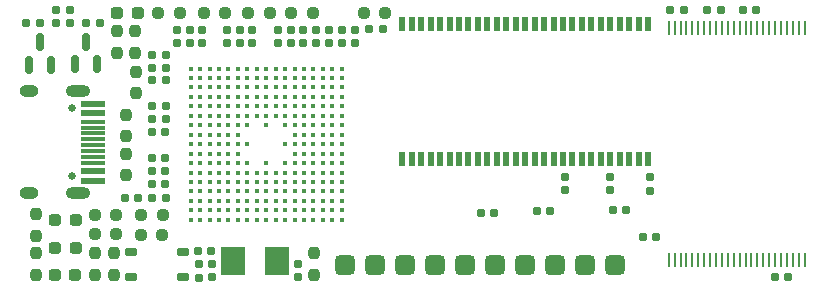
<source format=gts>
G04 #@! TF.GenerationSoftware,KiCad,Pcbnew,(6.0.11-0)*
G04 #@! TF.CreationDate,2023-02-06T17:09:19+08:00*
G04 #@! TF.ProjectId,us3c,75733363-2e6b-4696-9361-645f70636258,rev?*
G04 #@! TF.SameCoordinates,Original*
G04 #@! TF.FileFunction,Soldermask,Top*
G04 #@! TF.FilePolarity,Negative*
%FSLAX46Y46*%
G04 Gerber Fmt 4.6, Leading zero omitted, Abs format (unit mm)*
G04 Created by KiCad (PCBNEW (6.0.11-0)) date 2023-02-06 17:09:19*
%MOMM*%
%LPD*%
G01*
G04 APERTURE LIST*
G04 Aperture macros list*
%AMRoundRect*
0 Rectangle with rounded corners*
0 $1 Rounding radius*
0 $2 $3 $4 $5 $6 $7 $8 $9 X,Y pos of 4 corners*
0 Add a 4 corners polygon primitive as box body*
4,1,4,$2,$3,$4,$5,$6,$7,$8,$9,$2,$3,0*
0 Add four circle primitives for the rounded corners*
1,1,$1+$1,$2,$3*
1,1,$1+$1,$4,$5*
1,1,$1+$1,$6,$7*
1,1,$1+$1,$8,$9*
0 Add four rect primitives between the rounded corners*
20,1,$1+$1,$2,$3,$4,$5,0*
20,1,$1+$1,$4,$5,$6,$7,0*
20,1,$1+$1,$6,$7,$8,$9,0*
20,1,$1+$1,$8,$9,$2,$3,0*%
G04 Aperture macros list end*
%ADD10RoundRect,0.237500X-0.287500X-0.237500X0.287500X-0.237500X0.287500X0.237500X-0.287500X0.237500X0*%
%ADD11RoundRect,0.150000X0.150000X-0.587500X0.150000X0.587500X-0.150000X0.587500X-0.150000X-0.587500X0*%
%ADD12RoundRect,0.237500X-0.237500X0.250000X-0.237500X-0.250000X0.237500X-0.250000X0.237500X0.250000X0*%
%ADD13RoundRect,0.155000X-0.212500X-0.155000X0.212500X-0.155000X0.212500X0.155000X-0.212500X0.155000X0*%
%ADD14RoundRect,0.155000X-0.155000X0.212500X-0.155000X-0.212500X0.155000X-0.212500X0.155000X0.212500X0*%
%ADD15C,0.410000*%
%ADD16C,0.650000*%
%ADD17R,2.000000X0.600000*%
%ADD18R,2.000000X0.300000*%
%ADD19R,1.450000X0.600000*%
%ADD20O,1.600000X1.000000*%
%ADD21O,2.100000X1.000000*%
%ADD22RoundRect,0.175260X-0.349250X-0.175260X0.349250X-0.175260X0.349250X0.175260X-0.349250X0.175260X0*%
%ADD23RoundRect,0.155000X0.212500X0.155000X-0.212500X0.155000X-0.212500X-0.155000X0.212500X-0.155000X0*%
%ADD24RoundRect,0.237500X0.237500X-0.250000X0.237500X0.250000X-0.237500X0.250000X-0.237500X-0.250000X0*%
%ADD25RoundRect,0.237500X-0.250000X-0.237500X0.250000X-0.237500X0.250000X0.237500X-0.250000X0.237500X0*%
%ADD26RoundRect,0.155000X0.155000X-0.212500X0.155000X0.212500X-0.155000X0.212500X-0.155000X-0.212500X0*%
%ADD27RoundRect,0.425000X0.425000X-0.425000X0.425000X0.425000X-0.425000X0.425000X-0.425000X-0.425000X0*%
%ADD28R,0.508000X1.193800*%
%ADD29R,0.254000X1.282700*%
%ADD30RoundRect,0.237500X0.250000X0.237500X-0.250000X0.237500X-0.250000X-0.237500X0.250000X-0.237500X0*%
%ADD31RoundRect,0.237500X0.287500X0.237500X-0.287500X0.237500X-0.287500X-0.237500X0.287500X-0.237500X0*%
%ADD32R,2.000000X2.400000*%
G04 APERTURE END LIST*
D10*
G04 #@! TO.C,D4*
X20994400Y-39293800D03*
X22744400Y-39293800D03*
G04 #@! TD*
D11*
G04 #@! TO.C,U3*
X18785800Y-23746700D03*
X20685800Y-23746700D03*
X19735800Y-21871700D03*
G04 #@! TD*
D12*
G04 #@! TO.C,R21*
X25958800Y-39725600D03*
X25958800Y-41550600D03*
G04 #@! TD*
D13*
G04 #@! TO.C,C45*
X29218000Y-33883600D03*
X30353000Y-33883600D03*
G04 #@! TD*
D14*
G04 #@! TO.C,C21*
X31343600Y-20819300D03*
X31343600Y-21954300D03*
G04 #@! TD*
G04 #@! TO.C,C40*
X35585400Y-20819300D03*
X35585400Y-21954300D03*
G04 #@! TD*
D13*
G04 #@! TO.C,C35*
X23664100Y-20243800D03*
X24799100Y-20243800D03*
G04 #@! TD*
G04 #@! TO.C,C43*
X29218000Y-32766000D03*
X30353000Y-32766000D03*
G04 #@! TD*
D15*
G04 #@! TO.C,IC1*
X45287400Y-24081201D03*
X45287400Y-24881201D03*
X45287400Y-25681201D03*
X45287400Y-26481201D03*
X45287400Y-27281201D03*
X45287400Y-28081201D03*
X45287400Y-28881201D03*
X45287400Y-29681201D03*
X45287400Y-30481201D03*
X45287400Y-31281201D03*
X45287400Y-32081201D03*
X45287400Y-32881201D03*
X45287400Y-33681201D03*
X45287400Y-34481201D03*
X45287400Y-35281201D03*
X45287400Y-36081201D03*
X45287400Y-36881201D03*
X44487400Y-24081201D03*
X44487400Y-24881201D03*
X44487400Y-25681201D03*
X44487400Y-26481201D03*
X44487400Y-27281201D03*
X44487400Y-28081201D03*
X44487400Y-28881201D03*
X44487400Y-29681201D03*
X44487400Y-30481201D03*
X44487400Y-31281201D03*
X44487400Y-32081201D03*
X44487400Y-32881201D03*
X44487400Y-33681201D03*
X44487400Y-34481201D03*
X44487400Y-35281201D03*
X44487400Y-36081201D03*
X44487400Y-36881201D03*
X43687400Y-24081201D03*
X43687400Y-24881201D03*
X43687400Y-25681201D03*
X43687400Y-26481201D03*
X43687400Y-27281201D03*
X43687400Y-28081201D03*
X43687400Y-28881201D03*
X43687400Y-29681201D03*
X43687400Y-30481201D03*
X43687400Y-31281201D03*
X43687400Y-32081201D03*
X43687400Y-32881201D03*
X43687400Y-33681201D03*
X43687400Y-34481201D03*
X43687400Y-35281201D03*
X43687400Y-36081201D03*
X43687400Y-36881201D03*
X42887400Y-24081201D03*
X42887400Y-24881201D03*
X42887400Y-25681201D03*
X42887400Y-26481201D03*
X42887400Y-27281201D03*
X42887400Y-28081201D03*
X42887400Y-28881201D03*
X42887400Y-29681201D03*
X42887400Y-30481201D03*
X42887400Y-31281201D03*
X42887400Y-32081201D03*
X42887400Y-32881201D03*
X42887400Y-33681201D03*
X42887400Y-34481201D03*
X42887400Y-35281201D03*
X42887400Y-36081201D03*
X42887400Y-36881201D03*
X42087400Y-24081201D03*
X42087400Y-24881201D03*
X42087400Y-25681201D03*
X42087400Y-26481201D03*
X42087400Y-27281201D03*
X42087400Y-28081201D03*
X42087400Y-28881201D03*
X42087400Y-29681201D03*
X42087400Y-30481201D03*
X42087400Y-31281201D03*
X42087400Y-32081201D03*
X42087400Y-32881201D03*
X42087400Y-33681201D03*
X42087400Y-34481201D03*
X42087400Y-35281201D03*
X42087400Y-36081201D03*
X42087400Y-36881201D03*
X41287400Y-24081201D03*
X41287400Y-24881201D03*
X41287400Y-25681201D03*
X41287400Y-26481201D03*
X41287400Y-27281201D03*
X41287400Y-28081201D03*
X41287400Y-28881201D03*
X41287400Y-29681201D03*
X41287400Y-30481201D03*
X41287400Y-31281201D03*
X41287400Y-32081201D03*
X41287400Y-32881201D03*
X41287400Y-33681201D03*
X41287400Y-34481201D03*
X41287400Y-35281201D03*
X41287400Y-36081201D03*
X41287400Y-36881201D03*
X40487400Y-24081201D03*
X40487400Y-24881201D03*
X40487400Y-25681201D03*
X40487400Y-26481201D03*
X40487400Y-27281201D03*
X40487400Y-28081201D03*
X40487400Y-28881201D03*
X40487400Y-30481201D03*
X40487400Y-32081201D03*
X40487400Y-32881201D03*
X40487400Y-33681201D03*
X40487400Y-34481201D03*
X40487400Y-35281201D03*
X40487400Y-36081201D03*
X40487400Y-36881201D03*
X39687400Y-24081201D03*
X39687400Y-24881201D03*
X39687400Y-25681201D03*
X39687400Y-26481201D03*
X39687400Y-27281201D03*
X39687400Y-28081201D03*
X39687400Y-32881201D03*
X39687400Y-33681201D03*
X39687400Y-34481201D03*
X39687400Y-35281201D03*
X39687400Y-36081201D03*
X39687400Y-36881201D03*
X38887400Y-24081201D03*
X38887400Y-24881201D03*
X38887400Y-25681201D03*
X38887400Y-26481201D03*
X38887400Y-27281201D03*
X38887400Y-28081201D03*
X38887400Y-28881201D03*
X38887400Y-32081201D03*
X38887400Y-32881201D03*
X38887400Y-33681201D03*
X38887400Y-34481201D03*
X38887400Y-35281201D03*
X38887400Y-36081201D03*
X38887400Y-36881201D03*
X38087400Y-24081201D03*
X38087400Y-24881201D03*
X38087400Y-25681201D03*
X38087400Y-26481201D03*
X38087400Y-27281201D03*
X38087400Y-28081201D03*
X38087400Y-32881201D03*
X38087400Y-33681201D03*
X38087400Y-34481201D03*
X38087400Y-35281201D03*
X38087400Y-36081201D03*
X38087400Y-36881201D03*
X37287400Y-24081201D03*
X37287400Y-24881201D03*
X37287400Y-25681201D03*
X37287400Y-26481201D03*
X37287400Y-27281201D03*
X37287400Y-28081201D03*
X37287400Y-28881201D03*
X37287400Y-30481201D03*
X37287400Y-32081201D03*
X37287400Y-32881201D03*
X37287400Y-33681201D03*
X37287400Y-34481201D03*
X37287400Y-35281201D03*
X37287400Y-36081201D03*
X37287400Y-36881201D03*
X36487400Y-24081201D03*
X36487400Y-24881201D03*
X36487400Y-25681201D03*
X36487400Y-26481201D03*
X36487400Y-27281201D03*
X36487400Y-28081201D03*
X36487400Y-28881201D03*
X36487400Y-29681201D03*
X36487400Y-30481201D03*
X36487400Y-31281201D03*
X36487400Y-32081201D03*
X36487400Y-32881201D03*
X36487400Y-33681201D03*
X36487400Y-34481201D03*
X36487400Y-35281201D03*
X36487400Y-36081201D03*
X36487400Y-36881201D03*
X35687400Y-24081201D03*
X35687400Y-24881201D03*
X35687400Y-25681201D03*
X35687400Y-26481201D03*
X35687400Y-27281201D03*
X35687400Y-28081201D03*
X35687400Y-28881201D03*
X35687400Y-29681201D03*
X35687400Y-30481201D03*
X35687400Y-31281201D03*
X35687400Y-32081201D03*
X35687400Y-32881201D03*
X35687400Y-33681201D03*
X35687400Y-34481201D03*
X35687400Y-35281201D03*
X35687400Y-36081201D03*
X35687400Y-36881201D03*
X34887400Y-24081201D03*
X34887400Y-24881201D03*
X34887400Y-25681201D03*
X34887400Y-26481201D03*
X34887400Y-27281201D03*
X34887400Y-28081201D03*
X34887400Y-28881201D03*
X34887400Y-29681201D03*
X34887400Y-30481201D03*
X34887400Y-31281201D03*
X34887400Y-32081201D03*
X34887400Y-32881201D03*
X34887400Y-33681201D03*
X34887400Y-34481201D03*
X34887400Y-35281201D03*
X34887400Y-36081201D03*
X34887400Y-36881201D03*
X34087400Y-24081201D03*
X34087400Y-24881201D03*
X34087400Y-25681201D03*
X34087400Y-26481201D03*
X34087400Y-27281201D03*
X34087400Y-28081201D03*
X34087400Y-28881201D03*
X34087400Y-29681201D03*
X34087400Y-30481201D03*
X34087400Y-31281201D03*
X34087400Y-32081201D03*
X34087400Y-32881201D03*
X34087400Y-33681201D03*
X34087400Y-34481201D03*
X34087400Y-35281201D03*
X34087400Y-36081201D03*
X34087400Y-36881201D03*
X33287400Y-24081201D03*
X33287400Y-24881201D03*
X33287400Y-25681201D03*
X33287400Y-26481201D03*
X33287400Y-27281201D03*
X33287400Y-28081201D03*
X33287400Y-28881201D03*
X33287400Y-29681201D03*
X33287400Y-30481201D03*
X33287400Y-31281201D03*
X33287400Y-32081201D03*
X33287400Y-32881201D03*
X33287400Y-33681201D03*
X33287400Y-34481201D03*
X33287400Y-35281201D03*
X33287400Y-36081201D03*
X33287400Y-36881201D03*
X32487400Y-24081201D03*
X32487400Y-24881201D03*
X32487400Y-25681201D03*
X32487400Y-26481201D03*
X32487400Y-27281201D03*
X32487400Y-28081201D03*
X32487400Y-28881201D03*
X32487400Y-29681201D03*
X32487400Y-30481201D03*
X32487400Y-31281201D03*
X32487400Y-32081201D03*
X32487400Y-32881201D03*
X32487400Y-33681201D03*
X32487400Y-34481201D03*
X32487400Y-35281201D03*
X32487400Y-36081201D03*
X32487400Y-36881201D03*
G04 #@! TD*
D16*
G04 #@! TO.C,J1*
X22459900Y-27437600D03*
X22459900Y-33217600D03*
D17*
X24259900Y-27077600D03*
X24259900Y-27877600D03*
D18*
X24259900Y-29077600D03*
X24259900Y-30077600D03*
X24259900Y-30577600D03*
X24259900Y-31577600D03*
D17*
X24259900Y-32777600D03*
X24259900Y-33577600D03*
X24259900Y-33577600D03*
D19*
X24259900Y-32777600D03*
D18*
X24259900Y-32077600D03*
X24259900Y-31077600D03*
X24259900Y-29577600D03*
X24259900Y-28577600D03*
D19*
X24259900Y-27877600D03*
X24359900Y-27077600D03*
D20*
X18809900Y-34647600D03*
D21*
X22989900Y-26007600D03*
X22989900Y-34647600D03*
D20*
X18809900Y-26007600D03*
G04 #@! TD*
D22*
G04 #@! TO.C,U7*
X27416760Y-39590980D03*
X31816040Y-39590980D03*
X27416760Y-41739820D03*
X31816040Y-41739820D03*
G04 #@! TD*
D10*
G04 #@! TO.C,D2*
X20969000Y-41529000D03*
X22719000Y-41529000D03*
G04 #@! TD*
D13*
G04 #@! TO.C,C18*
X47607600Y-20751800D03*
X48742600Y-20751800D03*
G04 #@! TD*
D14*
G04 #@! TO.C,C28*
X40970200Y-20819300D03*
X40970200Y-21954300D03*
G04 #@! TD*
D13*
G04 #@! TO.C,C26*
X29226700Y-28321000D03*
X30361700Y-28321000D03*
G04 #@! TD*
D14*
G04 #@! TO.C,C30*
X37719000Y-20819300D03*
X37719000Y-21954300D03*
G04 #@! TD*
D23*
G04 #@! TO.C,C8*
X22259100Y-19126200D03*
X21124100Y-19126200D03*
G04 #@! TD*
D13*
G04 #@! TO.C,C25*
X73092500Y-19151600D03*
X74227500Y-19151600D03*
G04 #@! TD*
D24*
G04 #@! TO.C,R3*
X19380200Y-38225100D03*
X19380200Y-36400100D03*
G04 #@! TD*
D13*
G04 #@! TO.C,C15*
X79239300Y-19126200D03*
X80374300Y-19126200D03*
G04 #@! TD*
G04 #@! TO.C,C41*
X29226700Y-22936200D03*
X30361700Y-22936200D03*
G04 #@! TD*
D23*
G04 #@! TO.C,C24*
X62949900Y-36169600D03*
X61814900Y-36169600D03*
G04 #@! TD*
D25*
G04 #@! TO.C,R14*
X29745300Y-19354800D03*
X31570300Y-19354800D03*
G04 #@! TD*
D26*
G04 #@! TO.C,C12*
X41605200Y-41766300D03*
X41605200Y-40631300D03*
G04 #@! TD*
D12*
G04 #@! TO.C,R9*
X27813000Y-20906100D03*
X27813000Y-22731100D03*
G04 #@! TD*
D13*
G04 #@! TO.C,C7*
X21124100Y-20243800D03*
X22259100Y-20243800D03*
G04 #@! TD*
D14*
G04 #@! TO.C,C38*
X44221400Y-20819300D03*
X44221400Y-21954300D03*
G04 #@! TD*
D10*
G04 #@! TO.C,D3*
X20994400Y-36906200D03*
X22744400Y-36906200D03*
G04 #@! TD*
D14*
G04 #@! TO.C,C22*
X42037000Y-20819300D03*
X42037000Y-21954300D03*
G04 #@! TD*
D11*
G04 #@! TO.C,U2*
X22672000Y-23721300D03*
X24572000Y-23721300D03*
X23622000Y-21846300D03*
G04 #@! TD*
D14*
G04 #@! TO.C,C39*
X36652200Y-20819300D03*
X36652200Y-21954300D03*
G04 #@! TD*
D12*
G04 #@! TO.C,R8*
X27838400Y-24360500D03*
X27838400Y-26185500D03*
G04 #@! TD*
D24*
G04 #@! TO.C,R13*
X19380200Y-41527100D03*
X19380200Y-39702100D03*
G04 #@! TD*
D26*
G04 #@! TO.C,C3*
X64211200Y-34400300D03*
X64211200Y-33265300D03*
G04 #@! TD*
D27*
G04 #@! TO.C,J3*
X45547200Y-40741600D03*
X48087200Y-40741600D03*
X50627200Y-40741600D03*
X53167200Y-40741600D03*
X55707200Y-40741600D03*
X58247200Y-40741600D03*
X60787200Y-40741600D03*
X63327200Y-40741600D03*
X65867200Y-40741600D03*
X68407200Y-40741600D03*
G04 #@! TD*
D24*
G04 #@! TO.C,R11*
X27025600Y-29819600D03*
X27025600Y-27994600D03*
G04 #@! TD*
D26*
G04 #@! TO.C,C32*
X67995800Y-34400300D03*
X67995800Y-33265300D03*
G04 #@! TD*
D28*
G04 #@! TO.C,U4*
X50406300Y-31775400D03*
X51206400Y-31775400D03*
X52006500Y-31775400D03*
X52806600Y-31775400D03*
X53606700Y-31775400D03*
X54406800Y-31775400D03*
X55206900Y-31775400D03*
X56007000Y-31775400D03*
X56807100Y-31775400D03*
X57607200Y-31775400D03*
X58407300Y-31775400D03*
X59207400Y-31775400D03*
X60007500Y-31775400D03*
X60807600Y-31775400D03*
X61607700Y-31775400D03*
X62407800Y-31775400D03*
X63207900Y-31775400D03*
X64008000Y-31775400D03*
X64808100Y-31775400D03*
X65608200Y-31775400D03*
X66408300Y-31775400D03*
X67208400Y-31775400D03*
X68008500Y-31775400D03*
X68808600Y-31775400D03*
X69608700Y-31775400D03*
X70408800Y-31775400D03*
X71208900Y-31775400D03*
X71208900Y-20294600D03*
X70408800Y-20294600D03*
X69608700Y-20294600D03*
X68808600Y-20294600D03*
X68008500Y-20294600D03*
X67208400Y-20294600D03*
X66408300Y-20294600D03*
X65608200Y-20294600D03*
X64808100Y-20294600D03*
X64008000Y-20294600D03*
X63207900Y-20294600D03*
X62407800Y-20294600D03*
X61607700Y-20294600D03*
X60807600Y-20294600D03*
X60007500Y-20294600D03*
X59207400Y-20294600D03*
X58407300Y-20294600D03*
X57607200Y-20294600D03*
X56807100Y-20294600D03*
X56007000Y-20294600D03*
X55206900Y-20294600D03*
X54406800Y-20294600D03*
X53606700Y-20294600D03*
X52806600Y-20294600D03*
X52006500Y-20294600D03*
X51206400Y-20294600D03*
X50406300Y-20294600D03*
G04 #@! TD*
D14*
G04 #@! TO.C,C37*
X39903400Y-20819300D03*
X39903400Y-21954300D03*
G04 #@! TD*
D23*
G04 #@! TO.C,C29*
X77351700Y-19151600D03*
X76216700Y-19151600D03*
G04 #@! TD*
D29*
G04 #@! TO.C,U5*
X72964601Y-40316150D03*
X73464600Y-40316150D03*
X73964599Y-40316150D03*
X74464601Y-40316150D03*
X74964600Y-40316150D03*
X75464599Y-40316150D03*
X75964600Y-40316150D03*
X76464599Y-40316150D03*
X76964601Y-40316150D03*
X77464600Y-40316150D03*
X77964599Y-40316150D03*
X78464600Y-40316150D03*
X78964600Y-40316150D03*
X79464601Y-40316150D03*
X79964600Y-40316150D03*
X80464599Y-40316150D03*
X80964601Y-40316150D03*
X81464600Y-40316150D03*
X81964601Y-40316150D03*
X82464600Y-40316150D03*
X82964599Y-40316150D03*
X83464601Y-40316150D03*
X83964600Y-40316150D03*
X84464601Y-40316150D03*
X84464599Y-20643850D03*
X83964600Y-20643850D03*
X83464601Y-20643850D03*
X82964599Y-20643850D03*
X82464600Y-20643850D03*
X81964599Y-20643850D03*
X81464600Y-20643850D03*
X80964601Y-20643850D03*
X80464599Y-20643850D03*
X79964600Y-20643850D03*
X79464598Y-20643850D03*
X78964600Y-20643850D03*
X78464600Y-20643850D03*
X77964599Y-20643850D03*
X77464600Y-20643850D03*
X76964601Y-20643850D03*
X76464599Y-20643850D03*
X75964600Y-20643850D03*
X75464599Y-20643850D03*
X74964600Y-20643850D03*
X74464601Y-20643850D03*
X73964599Y-20643850D03*
X73464600Y-20643850D03*
X72964599Y-20643850D03*
G04 #@! TD*
D14*
G04 #@! TO.C,C42*
X43129200Y-20819300D03*
X43129200Y-21954300D03*
G04 #@! TD*
D26*
G04 #@! TO.C,C48*
X33223200Y-41791700D03*
X33223200Y-40656700D03*
G04 #@! TD*
D13*
G04 #@! TO.C,C10*
X18558700Y-20243800D03*
X19693700Y-20243800D03*
G04 #@! TD*
D14*
G04 #@! TO.C,C46*
X32410400Y-20819300D03*
X32410400Y-21954300D03*
G04 #@! TD*
D25*
G04 #@! TO.C,R18*
X28272100Y-38150800D03*
X30097100Y-38150800D03*
G04 #@! TD*
D30*
G04 #@! TO.C,R15*
X35431100Y-19354800D03*
X33606100Y-19354800D03*
G04 #@! TD*
D31*
G04 #@! TO.C,D1*
X28027600Y-19354800D03*
X26277600Y-19354800D03*
G04 #@! TD*
D13*
G04 #@! TO.C,C31*
X29201300Y-29438600D03*
X30336300Y-29438600D03*
G04 #@! TD*
D26*
G04 #@! TO.C,C19*
X71348600Y-34425700D03*
X71348600Y-33290700D03*
G04 #@! TD*
D30*
G04 #@! TO.C,R12*
X30122500Y-36449000D03*
X28297500Y-36449000D03*
G04 #@! TD*
D23*
G04 #@! TO.C,C2*
X34222500Y-39497000D03*
X33087500Y-39497000D03*
G04 #@! TD*
D13*
G04 #@! TO.C,C13*
X68215700Y-36093400D03*
X69350700Y-36093400D03*
G04 #@! TD*
D25*
G04 #@! TO.C,R2*
X47144300Y-19405600D03*
X48969300Y-19405600D03*
G04 #@! TD*
D13*
G04 #@! TO.C,C9*
X26915300Y-35026600D03*
X28050300Y-35026600D03*
G04 #@! TD*
G04 #@! TO.C,C33*
X29226700Y-25069800D03*
X30361700Y-25069800D03*
G04 #@! TD*
D23*
G04 #@! TO.C,C14*
X58174700Y-36271200D03*
X57039700Y-36271200D03*
G04 #@! TD*
D12*
G04 #@! TO.C,R10*
X27025600Y-31294700D03*
X27025600Y-33119700D03*
G04 #@! TD*
D14*
G04 #@! TO.C,C47*
X33451800Y-20819300D03*
X33451800Y-21954300D03*
G04 #@! TD*
G04 #@! TO.C,C23*
X46431200Y-20819300D03*
X46431200Y-21954300D03*
G04 #@! TD*
D23*
G04 #@! TO.C,C1*
X30361700Y-35026600D03*
X29226700Y-35026600D03*
G04 #@! TD*
D32*
G04 #@! TO.C,Y1*
X36097600Y-40386000D03*
X39797600Y-40386000D03*
G04 #@! TD*
D13*
G04 #@! TO.C,C27*
X29235400Y-27228800D03*
X30370400Y-27228800D03*
G04 #@! TD*
D24*
G04 #@! TO.C,R1*
X42926000Y-41552500D03*
X42926000Y-39727500D03*
G04 #@! TD*
D26*
G04 #@! TO.C,C6*
X34290000Y-41766300D03*
X34290000Y-40631300D03*
G04 #@! TD*
D12*
G04 #@! TO.C,R5*
X24358600Y-39725600D03*
X24358600Y-41550600D03*
G04 #@! TD*
D14*
G04 #@! TO.C,C34*
X45313600Y-20819300D03*
X45313600Y-21954300D03*
G04 #@! TD*
D30*
G04 #@! TO.C,R17*
X42822500Y-19354800D03*
X40997500Y-19354800D03*
G04 #@! TD*
G04 #@! TO.C,R6*
X26185500Y-36497900D03*
X24360500Y-36497900D03*
G04 #@! TD*
D13*
G04 #@! TO.C,C20*
X70755700Y-38303200D03*
X71890700Y-38303200D03*
G04 #@! TD*
D24*
G04 #@! TO.C,R4*
X26212800Y-22731100D03*
X26212800Y-20906100D03*
G04 #@! TD*
D13*
G04 #@! TO.C,C36*
X29201300Y-31673800D03*
X30336300Y-31673800D03*
G04 #@! TD*
D23*
G04 #@! TO.C,C4*
X83066700Y-41732200D03*
X81931700Y-41732200D03*
G04 #@! TD*
D13*
G04 #@! TO.C,C44*
X29226700Y-24003000D03*
X30361700Y-24003000D03*
G04 #@! TD*
D30*
G04 #@! TO.C,R16*
X39164900Y-19354800D03*
X37339900Y-19354800D03*
G04 #@! TD*
G04 #@! TO.C,R7*
X26185500Y-38098100D03*
X24360500Y-38098100D03*
G04 #@! TD*
M02*

</source>
